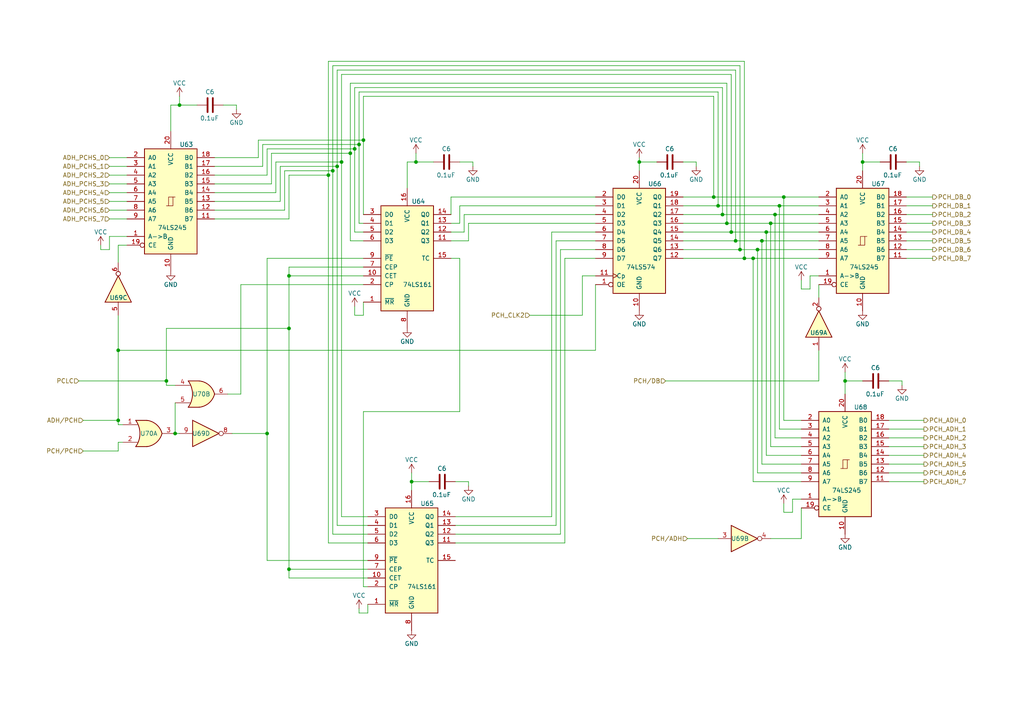
<source format=kicad_sch>
(kicad_sch (version 20230121) (generator eeschema)
  (paper "A4")
  (title_block (title "Program Counter High (PCH)") (date "2023-07-20") (rev "1"))
  (lib_symbols
    (symbol "74xx:74LS04"
      (property "Reference" "U" (at 0 1.27 0))
      (property "Value" "74LS04" (at 0 -1.27 0))
      (symbol "74LS04_1_0"
        (polyline (pts (xy -3.81 3.81) (xy -3.81 -3.81) (xy 3.81 0) (xy -3.81 3.81)) (stroke (width 0.254)) (fill (type background)))
        (pin input line (at -7.62 0 0) (length 3.81) (name "~") (number "1"))
        (pin output inverted (at 7.62 0 180) (length 3.81) (name "~") (number "2"))
      )
      (symbol "74LS04_2_0"
        (polyline (pts (xy -3.81 3.81) (xy -3.81 -3.81) (xy 3.81 0) (xy -3.81 3.81)) (stroke (width 0.254)) (fill (type background)))
        (pin input line (at -7.62 0 0) (length 3.81) (name "~") (number "3"))
        (pin output inverted (at 7.62 0 180) (length 3.81) (name "~") (number "4"))
      )
      (symbol "74LS04_3_0"
        (polyline (pts (xy -3.81 3.81) (xy -3.81 -3.81) (xy 3.81 0) (xy -3.81 3.81)) (stroke (width 0.254)) (fill (type background)))
        (pin input line (at -7.62 0 0) (length 3.81) (name "~") (number "5"))
        (pin output inverted (at 7.62 0 180) (length 3.81) (name "~") (number "6"))
      )
      (symbol "74LS04_4_0"
        (polyline (pts (xy -3.81 3.81) (xy -3.81 -3.81) (xy 3.81 0) (xy -3.81 3.81)) (stroke (width 0.254)) (fill (type background)))
        (pin output inverted (at 7.62 0 180) (length 3.81) (name "~") (number "8"))
        (pin input line (at -7.62 0 0) (length 3.81) (name "~") (number "9"))
      )
      (symbol "74LS04_5_0"
        (polyline (pts (xy -3.81 3.81) (xy -3.81 -3.81) (xy 3.81 0) (xy -3.81 3.81)) (stroke (width 0.254)) (fill (type background)))
        (pin output inverted (at 7.62 0 180) (length 3.81) (name "~") (number "10"))
        (pin input line (at -7.62 0 0) (length 3.81) (name "~") (number "11"))
      )
      (symbol "74LS04_6_0"
        (polyline (pts (xy -3.81 3.81) (xy -3.81 -3.81) (xy 3.81 0) (xy -3.81 3.81)) (stroke (width 0.254)) (fill (type background)))
        (pin output inverted (at 7.62 0 180) (length 3.81) (name "~") (number "12"))
        (pin input line (at -7.62 0 0) (length 3.81) (name "~") (number "13"))
      )
      (symbol "74LS04_7_0"
        (pin power_in line (at 0 12.7 270) (length 5.08) (name "VCC") (number "14"))
        (pin power_in line (at 0 -12.7 90) (length 5.08) (name "GND") (number "7"))
      )
      (symbol "74LS04_7_1"
        (rectangle (start -5.08 7.62) (end 5.08 -7.62) (stroke (width 0.254)) (fill (type background)))
      )
    )
    (symbol "74xx:74LS161" (pin_names (offset 1.016))
      (property "Reference" "U" (at -7.62 16.51 0))
      (property "Value" "74LS161" (at -7.62 -16.51 0))
      (symbol "74LS161_1_0"
        (pin input line (at -12.7 -12.7 0) (length 5.08) (name "~{MR}") (number "1"))
        (pin input line (at -12.7 -5.08 0) (length 5.08) (name "CET") (number "10"))
        (pin output line (at 12.7 5.08 180) (length 5.08) (name "Q3") (number "11"))
        (pin output line (at 12.7 7.62 180) (length 5.08) (name "Q2") (number "12"))
        (pin output line (at 12.7 10.16 180) (length 5.08) (name "Q1") (number "13"))
        (pin output line (at 12.7 12.7 180) (length 5.08) (name "Q0") (number "14"))
        (pin output line (at 12.7 0 180) (length 5.08) (name "TC") (number "15"))
        (pin power_in line (at 0 20.32 270) (length 5.08) (name "VCC") (number "16"))
        (pin input line (at -12.7 -7.62 0) (length 5.08) (name "CP") (number "2"))
        (pin input line (at -12.7 12.7 0) (length 5.08) (name "D0") (number "3"))
        (pin input line (at -12.7 10.16 0) (length 5.08) (name "D1") (number "4"))
        (pin input line (at -12.7 7.62 0) (length 5.08) (name "D2") (number "5"))
        (pin input line (at -12.7 5.08 0) (length 5.08) (name "D3") (number "6"))
        (pin input line (at -12.7 -2.54 0) (length 5.08) (name "CEP") (number "7"))
        (pin power_in line (at 0 -20.32 90) (length 5.08) (name "GND") (number "8"))
        (pin input line (at -12.7 0 0) (length 5.08) (name "~{PE}") (number "9"))
      )
      (symbol "74LS161_1_1"
        (rectangle (start -7.62 15.24) (end 7.62 -15.24) (stroke (width 0.254)) (fill (type background)))
      )
    )
    (symbol "74xx:74LS245" (pin_names (offset 1.016))
      (property "Reference" "U" (at -7.62 16.51 0))
      (property "Value" "74LS245" (at -7.62 -16.51 0))
      (symbol "74LS245_1_0"
        (polyline (pts (xy -0.635 -1.27) (xy -0.635 1.27) (xy 0.635 1.27)))
        (polyline (pts (xy -1.27 -1.27) (xy 0.635 -1.27) (xy 0.635 1.27) (xy 1.27 1.27)))
        (pin input line (at -12.7 -10.16 0) (length 5.08) (name "A->B") (number "1"))
        (pin power_in line (at 0 -20.32 90) (length 5.08) (name "GND") (number "10"))
        (pin tri_state line (at 12.7 -5.08 180) (length 5.08) (name "B7") (number "11"))
        (pin tri_state line (at 12.7 -2.54 180) (length 5.08) (name "B6") (number "12"))
        (pin tri_state line (at 12.7 0 180) (length 5.08) (name "B5") (number "13"))
        (pin tri_state line (at 12.7 2.54 180) (length 5.08) (name "B4") (number "14"))
        (pin tri_state line (at 12.7 5.08 180) (length 5.08) (name "B3") (number "15"))
        (pin tri_state line (at 12.7 7.62 180) (length 5.08) (name "B2") (number "16"))
        (pin tri_state line (at 12.7 10.16 180) (length 5.08) (name "B1") (number "17"))
        (pin tri_state line (at 12.7 12.7 180) (length 5.08) (name "B0") (number "18"))
        (pin input inverted (at -12.7 -12.7 0) (length 5.08) (name "CE") (number "19"))
        (pin tri_state line (at -12.7 12.7 0) (length 5.08) (name "A0") (number "2"))
        (pin power_in line (at 0 20.32 270) (length 5.08) (name "VCC") (number "20"))
        (pin tri_state line (at -12.7 10.16 0) (length 5.08) (name "A1") (number "3"))
        (pin tri_state line (at -12.7 7.62 0) (length 5.08) (name "A2") (number "4"))
        (pin tri_state line (at -12.7 5.08 0) (length 5.08) (name "A3") (number "5"))
        (pin tri_state line (at -12.7 2.54 0) (length 5.08) (name "A4") (number "6"))
        (pin tri_state line (at -12.7 0 0) (length 5.08) (name "A5") (number "7"))
        (pin tri_state line (at -12.7 -2.54 0) (length 5.08) (name "A6") (number "8"))
        (pin tri_state line (at -12.7 -5.08 0) (length 5.08) (name "A7") (number "9"))
      )
      (symbol "74LS245_1_1"
        (rectangle (start -7.62 15.24) (end 7.62 -15.24) (stroke (width 0.254)) (fill (type background)))
      )
    )
    (symbol "74xx:74LS32" (pin_names (offset 1.016))
      (property "Reference" "U" (at 0 1.27 0))
      (property "Value" "74LS32" (at 0 -1.27 0))
      (symbol "74LS32_1_1"
        (arc (start -3.81 -3.81) (mid -2.589 0) (end -3.81 3.81) (stroke (width 0.254)))
        (arc (start -0.6096 -3.81) (mid 2.1842 -2.5851) (end 3.81 0) (stroke (width 0.254)) (fill (type background)))
        (polyline (pts (xy -3.81 -3.81) (xy -0.635 -3.81)) (stroke (width 0.254)) (fill (type background)))
        (polyline (pts (xy -3.81 3.81) (xy -0.635 3.81)) (stroke (width 0.254)) (fill (type background)))
        (polyline (pts (xy -0.635 3.81) (xy -3.81 3.81) (xy -3.81 3.81) (xy -3.556 3.4036) (xy -3.0226 2.2606) (xy -2.6924 1.0414) (xy -2.6162 -0.254) (xy -2.7686 -1.4986) (xy -3.175 -2.7178) (xy -3.81 -3.81) (xy -3.81 -3.81) (xy -0.635 -3.81)) (stroke (width -25.4)) (fill (type background)))
        (arc (start 3.81 0) (mid 2.1915 2.5936) (end -0.6096 3.81) (stroke (width 0.254)) (fill (type background)))
        (pin input line (at -7.62 2.54 0) (length 4.318) (name "~") (number "1"))
        (pin input line (at -7.62 -2.54 0) (length 4.318) (name "~") (number "2"))
        (pin output line (at 7.62 0 180) (length 3.81) (name "~") (number "3"))
      )
      (symbol "74LS32_1_2"
        (arc (start 0 -3.81) (mid 3.7934 0) (end 0 3.81) (stroke (width 0.254)) (fill (type background)))
        (polyline (pts (xy 0 3.81) (xy -3.81 3.81) (xy -3.81 -3.81) (xy 0 -3.81)) (stroke (width 0.254)) (fill (type background)))
        (pin input inverted (at -7.62 2.54 0) (length 3.81) (name "~") (number "1"))
        (pin input inverted (at -7.62 -2.54 0) (length 3.81) (name "~") (number "2"))
        (pin output inverted (at 7.62 0 180) (length 3.81) (name "~") (number "3"))
      )
      (symbol "74LS32_2_1"
        (arc (start -3.81 -3.81) (mid -2.589 0) (end -3.81 3.81) (stroke (width 0.254)))
        (arc (start -0.6096 -3.81) (mid 2.1842 -2.5851) (end 3.81 0) (stroke (width 0.254)) (fill (type background)))
        (polyline (pts (xy -3.81 -3.81) (xy -0.635 -3.81)) (stroke (width 0.254)) (fill (type background)))
        (polyline (pts (xy -3.81 3.81) (xy -0.635 3.81)) (stroke (width 0.254)) (fill (type background)))
        (polyline (pts (xy -0.635 3.81) (xy -3.81 3.81) (xy -3.81 3.81) (xy -3.556 3.4036) (xy -3.0226 2.2606) (xy -2.6924 1.0414) (xy -2.6162 -0.254) (xy -2.7686 -1.4986) (xy -3.175 -2.7178) (xy -3.81 -3.81) (xy -3.81 -3.81) (xy -0.635 -3.81)) (stroke (width -25.4)) (fill (type background)))
        (arc (start 3.81 0) (mid 2.1915 2.5936) (end -0.6096 3.81) (stroke (width 0.254)) (fill (type background)))
        (pin input line (at -7.62 2.54 0) (length 4.318) (name "~") (number "4"))
        (pin input line (at -7.62 -2.54 0) (length 4.318) (name "~") (number "5"))
        (pin output line (at 7.62 0 180) (length 3.81) (name "~") (number "6"))
      )
      (symbol "74LS32_2_2"
        (arc (start 0 -3.81) (mid 3.7934 0) (end 0 3.81) (stroke (width 0.254)) (fill (type background)))
        (polyline (pts (xy 0 3.81) (xy -3.81 3.81) (xy -3.81 -3.81) (xy 0 -3.81)) (stroke (width 0.254)) (fill (type background)))
        (pin input inverted (at -7.62 2.54 0) (length 3.81) (name "~") (number "4"))
        (pin input inverted (at -7.62 -2.54 0) (length 3.81) (name "~") (number "5"))
        (pin output inverted (at 7.62 0 180) (length 3.81) (name "~") (number "6"))
      )
      (symbol "74LS32_3_1"
        (arc (start -3.81 -3.81) (mid -2.589 0) (end -3.81 3.81) (stroke (width 0.254)))
        (arc (start -0.6096 -3.81) (mid 2.1842 -2.5851) (end 3.81 0) (stroke (width 0.254)) (fill (type background)))
        (polyline (pts (xy -3.81 -3.81) (xy -0.635 -3.81)) (stroke (width 0.254)) (fill (type background)))
        (polyline (pts (xy -3.81 3.81) (xy -0.635 3.81)) (stroke (width 0.254)) (fill (type background)))
        (polyline (pts (xy -0.635 3.81) (xy -3.81 3.81) (xy -3.81 3.81) (xy -3.556 3.4036) (xy -3.0226 2.2606) (xy -2.6924 1.0414) (xy -2.6162 -0.254) (xy -2.7686 -1.4986) (xy -3.175 -2.7178) (xy -3.81 -3.81) (xy -3.81 -3.81) (xy -0.635 -3.81)) (stroke (width -25.4)) (fill (type background)))
        (arc (start 3.81 0) (mid 2.1915 2.5936) (end -0.6096 3.81) (stroke (width 0.254)) (fill (type background)))
        (pin input line (at -7.62 -2.54 0) (length 4.318) (name "~") (number "10"))
        (pin output line (at 7.62 0 180) (length 3.81) (name "~") (number "8"))
        (pin input line (at -7.62 2.54 0) (length 4.318) (name "~") (number "9"))
      )
      (symbol "74LS32_3_2"
        (arc (start 0 -3.81) (mid 3.7934 0) (end 0 3.81) (stroke (width 0.254)) (fill (type background)))
        (polyline (pts (xy 0 3.81) (xy -3.81 3.81) (xy -3.81 -3.81) (xy 0 -3.81)) (stroke (width 0.254)) (fill (type background)))
        (pin input inverted (at -7.62 -2.54 0) (length 3.81) (name "~") (number "10"))
        (pin output inverted (at 7.62 0 180) (length 3.81) (name "~") (number "8"))
        (pin input inverted (at -7.62 2.54 0) (length 3.81) (name "~") (number "9"))
      )
      (symbol "74LS32_4_1"
        (arc (start -3.81 -3.81) (mid -2.589 0) (end -3.81 3.81) (stroke (width 0.254)))
        (arc (start -0.6096 -3.81) (mid 2.1842 -2.5851) (end 3.81 0) (stroke (width 0.254)) (fill (type background)))
        (polyline (pts (xy -3.81 -3.81) (xy -0.635 -3.81)) (stroke (width 0.254)) (fill (type background)))
        (polyline (pts (xy -3.81 3.81) (xy -0.635 3.81)) (stroke (width 0.254)) (fill (type background)))
        (polyline (pts (xy -0.635 3.81) (xy -3.81 3.81) (xy -3.81 3.81) (xy -3.556 3.4036) (xy -3.0226 2.2606) (xy -2.6924 1.0414) (xy -2.6162 -0.254) (xy -2.7686 -1.4986) (xy -3.175 -2.7178) (xy -3.81 -3.81) (xy -3.81 -3.81) (xy -0.635 -3.81)) (stroke (width -25.4)) (fill (type background)))
        (arc (start 3.81 0) (mid 2.1915 2.5936) (end -0.6096 3.81) (stroke (width 0.254)) (fill (type background)))
        (pin output line (at 7.62 0 180) (length 3.81) (name "~") (number "11"))
        (pin input line (at -7.62 2.54 0) (length 4.318) (name "~") (number "12"))
        (pin input line (at -7.62 -2.54 0) (length 4.318) (name "~") (number "13"))
      )
      (symbol "74LS32_4_2"
        (arc (start 0 -3.81) (mid 3.7934 0) (end 0 3.81) (stroke (width 0.254)) (fill (type background)))
        (polyline (pts (xy 0 3.81) (xy -3.81 3.81) (xy -3.81 -3.81) (xy 0 -3.81)) (stroke (width 0.254)) (fill (type background)))
        (pin output inverted (at 7.62 0 180) (length 3.81) (name "~") (number "11"))
        (pin input inverted (at -7.62 2.54 0) (length 3.81) (name "~") (number "12"))
        (pin input inverted (at -7.62 -2.54 0) (length 3.81) (name "~") (number "13"))
      )
      (symbol "74LS32_5_0"
        (pin power_in line (at 0 12.7 270) (length 5.08) (name "VCC") (number "14"))
        (pin power_in line (at 0 -12.7 90) (length 5.08) (name "GND") (number "7"))
      )
      (symbol "74LS32_5_1"
        (rectangle (start -5.08 7.62) (end 5.08 -7.62) (stroke (width 0.254)) (fill (type background)))
      )
    )
    (symbol "74xx:74LS574" (pin_names (offset 1.016))
      (property "Reference" "U" (at -7.62 16.51 0))
      (property "Value" "74LS574" (at -7.62 -16.51 0))
      (symbol "74LS574_1_0"
        (pin input inverted (at -12.7 -12.7 0) (length 5.08) (name "OE") (number "1"))
        (pin power_in line (at 0 -20.32 90) (length 5.08) (name "GND") (number "10"))
        (pin input clock (at -12.7 -10.16 0) (length 5.08) (name "Cp") (number "11"))
        (pin tri_state line (at 12.7 -5.08 180) (length 5.08) (name "Q7") (number "12"))
        (pin tri_state line (at 12.7 -2.54 180) (length 5.08) (name "Q6") (number "13"))
        (pin tri_state line (at 12.7 0 180) (length 5.08) (name "Q5") (number "14"))
        (pin tri_state line (at 12.7 2.54 180) (length 5.08) (name "Q4") (number "15"))
        (pin tri_state line (at 12.7 5.08 180) (length 5.08) (name "Q3") (number "16"))
        (pin tri_state line (at 12.7 7.62 180) (length 5.08) (name "Q2") (number "17"))
        (pin tri_state line (at 12.7 10.16 180) (length 5.08) (name "Q1") (number "18"))
        (pin tri_state line (at 12.7 12.7 180) (length 5.08) (name "Q0") (number "19"))
        (pin input line (at -12.7 12.7 0) (length 5.08) (name "D0") (number "2"))
        (pin power_in line (at 0 20.32 270) (length 5.08) (name "VCC") (number "20"))
        (pin input line (at -12.7 10.16 0) (length 5.08) (name "D1") (number "3"))
        (pin input line (at -12.7 7.62 0) (length 5.08) (name "D2") (number "4"))
        (pin input line (at -12.7 5.08 0) (length 5.08) (name "D3") (number "5"))
        (pin input line (at -12.7 2.54 0) (length 5.08) (name "D4") (number "6"))
        (pin input line (at -12.7 0 0) (length 5.08) (name "D5") (number "7"))
        (pin input line (at -12.7 -2.54 0) (length 5.08) (name "D6") (number "8"))
        (pin input line (at -12.7 -5.08 0) (length 5.08) (name "D7") (number "9"))
      )
      (symbol "74LS574_1_1"
        (rectangle (start -7.62 15.24) (end 7.62 -15.24) (stroke (width 0.254)) (fill (type background)))
      )
    )
    (symbol "Device:C" (pin_numbers hide) (pin_names (offset 0.254))
      (property "Reference" "C" (at 0.635 2.54 0))
      (property "Value" "C" (at 0.635 -2.54 0))
      (symbol "C_0_1"
        (polyline (pts (xy -2.032 -0.762) (xy 2.032 -0.762)) (stroke (width 0.508)))
        (polyline (pts (xy -2.032 0.762) (xy 2.032 0.762)) (stroke (width 0.508)))
      )
      (symbol "C_1_1"
        (pin passive line (at 0 3.81 270) (length 2.794) (name "~") (number "1"))
        (pin passive line (at 0 -3.81 90) (length 2.794) (name "~") (number "2"))
      )
    )
    (symbol "power:GND" (power) (pin_names (offset 0))
      (property "Value" "GND" (at 0 -3.81 0))
      (symbol "GND_0_1"
        (polyline (pts (xy 0 0) (xy 0 -1.27) (xy 1.27 -1.27) (xy 0 -2.54) (xy -1.27 -1.27) (xy 0 -1.27)))
      )
      (symbol "GND_1_1"
        (pin power_in line (at 0 0 270) (length 0) hide (name "GND") (number "1"))
      )
    )
    (symbol "power:VCC" (power) (pin_names (offset 0))
      (property "Value" "VCC" (at 0 3.81 0))
      (symbol "VCC_0_1"
        (polyline (pts (xy -0.762 1.27) (xy 0 2.54)))
        (polyline (pts (xy 0 0) (xy 0 2.54)))
        (polyline (pts (xy 0 2.54) (xy 0.762 1.27)))
      )
      (symbol "VCC_1_1"
        (pin power_in line (at 0 0 90) (length 0) hide (name "VCC") (number "1"))
      )
    )
  )
  (junction (at 83.82 95.25))
  (junction (at 105.41 40.64))
  (junction (at 48.26 110.49))
  (junction (at 185.42 46.99))
  (junction (at 52.07 30.48))
  (junction (at 119.38 139.7))
  (junction (at 245.11 110.49))
  (junction (at 213.36 69.85))
  (junction (at 120.65 46.99))
  (junction (at 222.25 67.31))
  (junction (at 99.06 46.99))
  (junction (at 210.82 64.77))
  (junction (at 83.82 165.1))
  (junction (at 50.8 125.73))
  (junction (at 220.98 69.85))
  (junction (at 223.52 64.77))
  (junction (at 96.52 49.53))
  (junction (at 97.79 48.26))
  (junction (at 212.09 67.31))
  (junction (at 250.19 46.99))
  (junction (at 224.79 62.23))
  (junction (at 207.01 57.15))
  (junction (at 226.06 59.69))
  (junction (at 214.63 72.39))
  (junction (at 208.28 59.69))
  (junction (at 83.82 80.01))
  (junction (at 209.55 62.23))
  (junction (at 34.29 101.6))
  (junction (at 77.47 125.73))
  (junction (at 219.71 72.39))
  (junction (at 34.29 121.92))
  (junction (at 95.25 50.8))
  (junction (at 215.9 74.93))
  (junction (at 218.44 74.93))
  (junction (at 227.33 57.15))
  (junction (at 104.14 41.91))
  (junction (at 102.87 43.18))
  (junction (at 101.6 44.45))
  (wire (pts (xy 198.12 67.31) (xy 212.09 67.31)))
  (wire (pts (xy 52.07 30.48) (xy 57.15 30.48)))
  (wire (pts (xy 229.87 148.59) (xy 229.87 144.78)))
  (wire (pts (xy 257.81 127) (xy 267.97 127)))
  (wire (pts (xy 262.89 69.85) (xy 270.51 69.85)))
  (wire (pts (xy 81.28 58.42) (xy 81.28 48.26)))
  (wire (pts (xy 229.87 144.78) (xy 232.41 144.78)))
  (wire (pts (xy 212.09 21.59) (xy 212.09 67.31)))
  (wire (pts (xy 48.26 110.49) (xy 48.26 111.76)))
  (wire (pts (xy 120.65 44.45) (xy 120.65 46.99)))
  (wire (pts (xy 106.68 154.94) (xy 96.52 154.94)))
  (wire (pts (xy 62.23 50.8) (xy 77.47 50.8)))
  (wire (pts (xy 130.81 69.85) (xy 135.89 69.85)))
  (wire (pts (xy 257.81 129.54) (xy 267.97 129.54)))
  (wire (pts (xy 234.95 80.01) (xy 237.49 80.01)))
  (wire (pts (xy 82.55 49.53) (xy 96.52 49.53)))
  (wire (pts (xy 232.41 156.21) (xy 232.41 147.32)))
  (wire (pts (xy 96.52 19.05) (xy 96.52 49.53)))
  (wire (pts (xy 262.89 62.23) (xy 270.51 62.23)))
  (wire (pts (xy 222.25 67.31) (xy 237.49 67.31)))
  (wire (pts (xy 134.62 62.23) (xy 172.72 62.23)))
  (wire (pts (xy 198.12 72.39) (xy 214.63 72.39)))
  (wire (pts (xy 31.75 50.8) (xy 36.83 50.8)))
  (wire (pts (xy 50.8 125.73) (xy 52.07 125.73)))
  (wire (pts (xy 135.89 69.85) (xy 135.89 64.77)))
  (wire (pts (xy 31.75 63.5) (xy 36.83 63.5)))
  (wire (pts (xy 49.53 30.48) (xy 49.53 38.1)))
  (wire (pts (xy 22.86 110.49) (xy 48.26 110.49)))
  (wire (pts (xy 119.38 137.16) (xy 119.38 139.7)))
  (wire (pts (xy 207.01 27.94) (xy 207.01 57.15)))
  (wire (pts (xy 245.11 107.95) (xy 245.11 110.49)))
  (wire (pts (xy 223.52 64.77) (xy 223.52 129.54)))
  (wire (pts (xy 102.87 25.4) (xy 209.55 25.4)))
  (wire (pts (xy 209.55 25.4) (xy 209.55 62.23)))
  (wire (pts (xy 220.98 69.85) (xy 220.98 134.62)))
  (wire (pts (xy 34.29 128.27) (xy 35.56 128.27)))
  (wire (pts (xy 130.81 67.31) (xy 134.62 67.31)))
  (wire (pts (xy 135.89 139.7) (xy 135.89 140.97)))
  (wire (pts (xy 99.06 149.86) (xy 99.06 46.99)))
  (wire (pts (xy 106.68 177.8) (xy 106.68 175.26)))
  (wire (pts (xy 245.11 110.49) (xy 250.19 110.49)))
  (wire (pts (xy 160.02 149.86) (xy 160.02 67.31)))
  (wire (pts (xy 132.08 154.94) (xy 162.56 154.94)))
  (wire (pts (xy 78.74 53.34) (xy 78.74 44.45)))
  (wire (pts (xy 31.75 48.26) (xy 36.83 48.26)))
  (wire (pts (xy 101.6 24.13) (xy 101.6 44.45)))
  (wire (pts (xy 48.26 111.76) (xy 50.8 111.76)))
  (wire (pts (xy 83.82 167.64) (xy 106.68 167.64)))
  (wire (pts (xy 266.7 46.99) (xy 266.7 48.26)))
  (wire (pts (xy 34.29 130.81) (xy 34.29 128.27)))
  (wire (pts (xy 50.8 116.84) (xy 50.8 125.73)))
  (wire (pts (xy 133.35 119.38) (xy 105.41 119.38)))
  (wire (pts (xy 257.81 110.49) (xy 261.62 110.49)))
  (wire (pts (xy 95.25 157.48) (xy 95.25 50.8)))
  (wire (pts (xy 106.68 162.56) (xy 77.47 162.56)))
  (wire (pts (xy 105.41 170.18) (xy 106.68 170.18)))
  (wire (pts (xy 133.35 46.99) (xy 137.16 46.99)))
  (wire (pts (xy 83.82 80.01) (xy 83.82 95.25)))
  (wire (pts (xy 227.33 57.15) (xy 227.33 121.92)))
  (wire (pts (xy 82.55 60.96) (xy 82.55 49.53)))
  (wire (pts (xy 34.29 91.44) (xy 34.29 101.6)))
  (wire (pts (xy 201.93 46.99) (xy 201.93 48.26)))
  (wire (pts (xy 105.41 69.85) (xy 101.6 69.85)))
  (wire (pts (xy 106.68 157.48) (xy 95.25 157.48)))
  (wire (pts (xy 213.36 20.32) (xy 213.36 69.85)))
  (wire (pts (xy 161.29 69.85) (xy 161.29 152.4)))
  (wire (pts (xy 34.29 76.2) (xy 34.29 71.12)))
  (wire (pts (xy 24.13 121.92) (xy 34.29 121.92)))
  (wire (pts (xy 133.35 74.93) (xy 133.35 119.38)))
  (wire (pts (xy 97.79 20.32) (xy 97.79 48.26)))
  (wire (pts (xy 62.23 48.26) (xy 76.2 48.26)))
  (wire (pts (xy 262.89 64.77) (xy 270.51 64.77)))
  (wire (pts (xy 77.47 43.18) (xy 102.87 43.18)))
  (wire (pts (xy 232.41 134.62) (xy 220.98 134.62)))
  (wire (pts (xy 262.89 67.31) (xy 270.51 67.31)))
  (wire (pts (xy 172.72 80.01) (xy 168.91 80.01)))
  (wire (pts (xy 83.82 165.1) (xy 106.68 165.1)))
  (wire (pts (xy 69.85 82.55) (xy 105.41 82.55)))
  (wire (pts (xy 262.89 46.99) (xy 266.7 46.99)))
  (wire (pts (xy 172.72 74.93) (xy 163.83 74.93)))
  (wire (pts (xy 185.42 46.99) (xy 190.5 46.99)))
  (wire (pts (xy 172.72 69.85) (xy 161.29 69.85)))
  (wire (pts (xy 162.56 72.39) (xy 172.72 72.39)))
  (wire (pts (xy 257.81 134.62) (xy 267.97 134.62)))
  (wire (pts (xy 237.49 110.49) (xy 237.49 101.6)))
  (wire (pts (xy 31.75 58.42) (xy 36.83 58.42)))
  (wire (pts (xy 105.41 27.94) (xy 207.01 27.94)))
  (wire (pts (xy 76.2 41.91) (xy 104.14 41.91)))
  (wire (pts (xy 227.33 57.15) (xy 237.49 57.15)))
  (wire (pts (xy 31.75 45.72) (xy 36.83 45.72)))
  (wire (pts (xy 232.41 139.7) (xy 218.44 139.7)))
  (wire (pts (xy 62.23 60.96) (xy 82.55 60.96)))
  (wire (pts (xy 218.44 74.93) (xy 218.44 139.7)))
  (wire (pts (xy 97.79 20.32) (xy 213.36 20.32)))
  (wire (pts (xy 104.14 177.8) (xy 106.68 177.8)))
  (wire (pts (xy 134.62 67.31) (xy 134.62 62.23)))
  (wire (pts (xy 81.28 48.26) (xy 97.79 48.26)))
  (wire (pts (xy 232.41 121.92) (xy 227.33 121.92)))
  (wire (pts (xy 207.01 57.15) (xy 227.33 57.15)))
  (wire (pts (xy 232.41 127) (xy 224.79 127)))
  (wire (pts (xy 76.2 48.26) (xy 76.2 41.91)))
  (wire (pts (xy 160.02 67.31) (xy 172.72 67.31)))
  (wire (pts (xy 95.25 17.78) (xy 95.25 50.8)))
  (wire (pts (xy 215.9 74.93) (xy 218.44 74.93)))
  (wire (pts (xy 99.06 46.99) (xy 99.06 21.59)))
  (wire (pts (xy 218.44 74.93) (xy 237.49 74.93)))
  (wire (pts (xy 105.41 27.94) (xy 105.41 40.64)))
  (wire (pts (xy 250.19 46.99) (xy 250.19 49.53)))
  (wire (pts (xy 62.23 45.72) (xy 74.93 45.72)))
  (wire (pts (xy 214.63 19.05) (xy 214.63 72.39)))
  (wire (pts (xy 102.87 25.4) (xy 102.87 43.18)))
  (wire (pts (xy 34.29 121.92) (xy 34.29 101.6)))
  (wire (pts (xy 119.38 139.7) (xy 119.38 142.24)))
  (wire (pts (xy 232.41 81.28) (xy 232.41 83.82)))
  (wire (pts (xy 64.77 30.48) (xy 68.58 30.48)))
  (wire (pts (xy 118.11 46.99) (xy 120.65 46.99)))
  (wire (pts (xy 74.93 45.72) (xy 74.93 40.64)))
  (wire (pts (xy 104.14 176.53) (xy 104.14 177.8)))
  (wire (pts (xy 224.79 62.23) (xy 224.79 127)))
  (wire (pts (xy 118.11 46.99) (xy 118.11 54.61)))
  (wire (pts (xy 185.42 45.72) (xy 185.42 46.99)))
  (wire (pts (xy 135.89 64.77) (xy 172.72 64.77)))
  (wire (pts (xy 257.81 132.08) (xy 267.97 132.08)))
  (wire (pts (xy 130.81 74.93) (xy 133.35 74.93)))
  (wire (pts (xy 119.38 139.7) (xy 124.46 139.7)))
  (wire (pts (xy 96.52 154.94) (xy 96.52 49.53)))
  (wire (pts (xy 62.23 58.42) (xy 81.28 58.42)))
  (wire (pts (xy 83.82 63.5) (xy 83.82 50.8)))
  (wire (pts (xy 35.56 123.19) (xy 34.29 123.19)))
  (wire (pts (xy 185.42 46.99) (xy 185.42 49.53)))
  (wire (pts (xy 232.41 129.54) (xy 223.52 129.54)))
  (wire (pts (xy 101.6 24.13) (xy 210.82 24.13)))
  (wire (pts (xy 95.25 17.78) (xy 215.9 17.78)))
  (wire (pts (xy 31.75 68.58) (xy 36.83 68.58)))
  (wire (pts (xy 31.75 60.96) (xy 36.83 60.96)))
  (wire (pts (xy 262.89 57.15) (xy 270.51 57.15)))
  (wire (pts (xy 161.29 152.4) (xy 132.08 152.4)))
  (wire (pts (xy 80.01 46.99) (xy 99.06 46.99)))
  (wire (pts (xy 106.68 149.86) (xy 99.06 149.86)))
  (wire (pts (xy 97.79 152.4) (xy 97.79 48.26)))
  (wire (pts (xy 199.39 156.21) (xy 208.28 156.21)))
  (wire (pts (xy 250.19 46.99) (xy 255.27 46.99)))
  (wire (pts (xy 74.93 40.64) (xy 105.41 40.64)))
  (wire (pts (xy 130.81 64.77) (xy 133.35 64.77)))
  (wire (pts (xy 210.82 24.13) (xy 210.82 64.77)))
  (wire (pts (xy 105.41 91.44) (xy 105.41 87.63)))
  (wire (pts (xy 130.81 62.23) (xy 130.81 57.15)))
  (wire (pts (xy 80.01 55.88) (xy 80.01 46.99)))
  (wire (pts (xy 24.13 130.81) (xy 34.29 130.81)))
  (wire (pts (xy 257.81 124.46) (xy 267.97 124.46)))
  (wire (pts (xy 105.41 62.23) (xy 105.41 40.64)))
  (wire (pts (xy 83.82 77.47) (xy 105.41 77.47)))
  (wire (pts (xy 262.89 59.69) (xy 270.51 59.69)))
  (wire (pts (xy 237.49 82.55) (xy 237.49 86.36)))
  (wire (pts (xy 77.47 50.8) (xy 77.47 43.18)))
  (wire (pts (xy 262.89 72.39) (xy 270.51 72.39)))
  (wire (pts (xy 198.12 62.23) (xy 209.55 62.23)))
  (wire (pts (xy 227.33 148.59) (xy 229.87 148.59)))
  (wire (pts (xy 222.25 67.31) (xy 222.25 132.08)))
  (wire (pts (xy 245.11 110.49) (xy 245.11 114.3)))
  (wire (pts (xy 198.12 64.77) (xy 210.82 64.77)))
  (wire (pts (xy 250.19 44.45) (xy 250.19 46.99)))
  (wire (pts (xy 168.91 80.01) (xy 168.91 91.44)))
  (wire (pts (xy 31.75 72.39) (xy 31.75 68.58)))
  (wire (pts (xy 120.65 46.99) (xy 125.73 46.99)))
  (wire (pts (xy 172.72 101.6) (xy 34.29 101.6)))
  (wire (pts (xy 105.41 64.77) (xy 104.14 64.77)))
  (wire (pts (xy 83.82 80.01) (xy 83.82 77.47)))
  (wire (pts (xy 163.83 74.93) (xy 163.83 157.48)))
  (wire (pts (xy 62.23 63.5) (xy 83.82 63.5)))
  (wire (pts (xy 198.12 74.93) (xy 215.9 74.93)))
  (wire (pts (xy 210.82 64.77) (xy 223.52 64.77)))
  (wire (pts (xy 133.35 64.77) (xy 133.35 59.69)))
  (wire (pts (xy 102.87 88.9) (xy 102.87 91.44)))
  (wire (pts (xy 62.23 53.34) (xy 78.74 53.34)))
  (wire (pts (xy 83.82 95.25) (xy 83.82 165.1)))
  (wire (pts (xy 96.52 19.05) (xy 214.63 19.05)))
  (wire (pts (xy 132.08 149.86) (xy 160.02 149.86)))
  (wire (pts (xy 213.36 69.85) (xy 220.98 69.85)))
  (wire (pts (xy 66.04 114.3) (xy 69.85 114.3)))
  (wire (pts (xy 208.28 59.69) (xy 226.06 59.69)))
  (wire (pts (xy 106.68 152.4) (xy 97.79 152.4)))
  (wire (pts (xy 219.71 72.39) (xy 237.49 72.39)))
  (wire (pts (xy 99.06 21.59) (xy 212.09 21.59)))
  (wire (pts (xy 102.87 91.44) (xy 105.41 91.44)))
  (wire (pts (xy 223.52 156.21) (xy 232.41 156.21)))
  (wire (pts (xy 219.71 72.39) (xy 219.71 137.16)))
  (wire (pts (xy 105.41 67.31) (xy 102.87 67.31)))
  (wire (pts (xy 49.53 30.48) (xy 52.07 30.48)))
  (wire (pts (xy 232.41 124.46) (xy 226.06 124.46)))
  (wire (pts (xy 77.47 74.93) (xy 105.41 74.93)))
  (wire (pts (xy 257.81 139.7) (xy 267.97 139.7)))
  (wire (pts (xy 215.9 17.78) (xy 215.9 74.93)))
  (wire (pts (xy 232.41 83.82) (xy 234.95 83.82)))
  (wire (pts (xy 153.67 91.44) (xy 168.91 91.44)))
  (wire (pts (xy 104.14 41.91) (xy 104.14 64.77)))
  (wire (pts (xy 77.47 74.93) (xy 77.47 125.73)))
  (wire (pts (xy 104.14 26.67) (xy 208.28 26.67)))
  (wire (pts (xy 133.35 59.69) (xy 172.72 59.69)))
  (wire (pts (xy 34.29 71.12) (xy 36.83 71.12)))
  (wire (pts (xy 198.12 69.85) (xy 213.36 69.85)))
  (wire (pts (xy 172.72 82.55) (xy 172.72 101.6)))
  (wire (pts (xy 257.81 137.16) (xy 267.97 137.16)))
  (wire (pts (xy 163.83 157.48) (xy 132.08 157.48)))
  (wire (pts (xy 234.95 83.82) (xy 234.95 80.01)))
  (wire (pts (xy 104.14 26.67) (xy 104.14 41.91)))
  (wire (pts (xy 52.07 27.94) (xy 52.07 30.48)))
  (wire (pts (xy 69.85 82.55) (xy 69.85 114.3)))
  (wire (pts (xy 83.82 80.01) (xy 105.41 80.01)))
  (wire (pts (xy 101.6 69.85) (xy 101.6 44.45)))
  (wire (pts (xy 198.12 59.69) (xy 208.28 59.69)))
  (wire (pts (xy 198.12 46.99) (xy 201.93 46.99)))
  (wire (pts (xy 223.52 64.77) (xy 237.49 64.77)))
  (wire (pts (xy 209.55 62.23) (xy 224.79 62.23)))
  (wire (pts (xy 34.29 123.19) (xy 34.29 121.92)))
  (wire (pts (xy 257.81 121.92) (xy 267.97 121.92)))
  (wire (pts (xy 261.62 110.49) (xy 261.62 111.76)))
  (wire (pts (xy 208.28 26.67) (xy 208.28 59.69)))
  (wire (pts (xy 48.26 95.25) (xy 83.82 95.25)))
  (wire (pts (xy 31.75 55.88) (xy 36.83 55.88)))
  (wire (pts (xy 83.82 50.8) (xy 95.25 50.8)))
  (wire (pts (xy 102.87 67.31) (xy 102.87 43.18)))
  (wire (pts (xy 62.23 55.88) (xy 80.01 55.88)))
  (wire (pts (xy 214.63 72.39) (xy 219.71 72.39)))
  (wire (pts (xy 226.06 59.69) (xy 226.06 124.46)))
  (wire (pts (xy 130.81 57.15) (xy 172.72 57.15)))
  (wire (pts (xy 105.41 119.38) (xy 105.41 170.18)))
  (wire (pts (xy 232.41 132.08) (xy 222.25 132.08)))
  (wire (pts (xy 198.12 57.15) (xy 207.01 57.15)))
  (wire (pts (xy 227.33 146.05) (xy 227.33 148.59)))
  (wire (pts (xy 48.26 110.49) (xy 48.26 95.25)))
  (wire (pts (xy 77.47 125.73) (xy 77.47 162.56)))
  (wire (pts (xy 67.31 125.73) (xy 77.47 125.73)))
  (wire (pts (xy 232.41 137.16) (xy 219.71 137.16)))
  (wire (pts (xy 29.21 71.12) (xy 29.21 72.39)))
  (wire (pts (xy 83.82 165.1) (xy 83.82 167.64)))
  (wire (pts (xy 78.74 44.45) (xy 101.6 44.45)))
  (wire (pts (xy 137.16 46.99) (xy 137.16 48.26)))
  (wire (pts (xy 29.21 72.39) (xy 31.75 72.39)))
  (wire (pts (xy 212.09 67.31) (xy 222.25 67.31)))
  (wire (pts (xy 193.04 110.49) (xy 237.49 110.49)))
  (wire (pts (xy 132.08 139.7) (xy 135.89 139.7)))
  (wire (pts (xy 68.58 30.48) (xy 68.58 31.75)))
  (wire (pts (xy 224.79 62.23) (xy 237.49 62.23)))
  (wire (pts (xy 31.75 53.34) (xy 36.83 53.34)))
  (wire (pts (xy 220.98 69.85) (xy 237.49 69.85)))
  (wire (pts (xy 226.06 59.69) (xy 237.49 59.69)))
  (wire (pts (xy 162.56 154.94) (xy 162.56 72.39)))
  (wire (pts (xy 262.89 74.93) (xy 270.51 74.93)))
  (hierarchical_label "PCH_ADH_2" (shape output) (at 267.97 127 0))
  (hierarchical_label "PCH_ADH_4" (shape output) (at 267.97 132.08 0))
  (hierarchical_label "ADH_PCHS_7" (shape input) (at 31.75 63.5 180))
  (hierarchical_label "PCH_DB_4" (shape output) (at 270.51 67.31 0))
  (hierarchical_label "PCH_DB_3" (shape output) (at 270.51 64.77 0))
  (hierarchical_label "PCH_ADH_3" (shape output) (at 267.97 129.54 0))
  (hierarchical_label "PCH_ADH_7" (shape output) (at 267.97 139.7 0))
  (hierarchical_label "PCH_ADH_6" (shape output) (at 267.97 137.16 0))
  (hierarchical_label "ADH_PCHS_2" (shape input) (at 31.75 50.8 180))
  (hierarchical_label "ADH{slash}PCH" (shape input) (at 24.13 121.92 180))
  (hierarchical_label "PCH{slash}DB" (shape input) (at 193.04 110.49 180))
  (hierarchical_label "PCH_ADH_5" (shape output) (at 267.97 134.62 0))
  (hierarchical_label "ADH_PCHS_1" (shape input) (at 31.75 48.26 180))
  (hierarchical_label "PCH_ADH_0" (shape output) (at 267.97 121.92 0))
  (hierarchical_label "PCH{slash}ADH" (shape input) (at 199.39 156.21 180))
  (hierarchical_label "ADH_PCHS_5" (shape input) (at 31.75 58.42 180))
  (hierarchical_label "ADH_PCHS_4" (shape input) (at 31.75 55.88 180))
  (hierarchical_label "PCH_DB_5" (shape output) (at 270.51 69.85 0))
  (hierarchical_label "PCH_DB_6" (shape output) (at 270.51 72.39 0))
  (hierarchical_label "PCH{slash}PCH" (shape input) (at 24.13 130.81 180))
  (hierarchical_label "PCH_DB_7" (shape output) (at 270.51 74.93 0))
  (hierarchical_label "PCH_DB_2" (shape output) (at 270.51 62.23 0))
  (hierarchical_label "ADH_PCHS_0" (shape input) (at 31.75 45.72 180))
  (hierarchical_label "PCH_CLK2" (shape input) (at 153.67 91.44 180))
  (hierarchical_label "ADH_PCHS_6" (shape input) (at 31.75 60.96 180))
  (hierarchical_label "ADH_PCHS_3" (shape input) (at 31.75 53.34 180))
  (hierarchical_label "PCH_ADH_1" (shape output) (at 267.97 124.46 0))
  (hierarchical_label "PCLC" (shape input) (at 22.86 110.49 180))
  (hierarchical_label "PCH_DB_1" (shape output) (at 270.51 59.69 0))
  (hierarchical_label "PCH_DB_0" (shape output) (at 270.51 57.15 0))
  (symbol (lib_id "74xx:74LS245") (at 250.19 69.85 0) (unit 1)
    (property "Reference" "U67" (at 252.73 53.34 0) (effects (justify left)))
    (property "Value" "74LS245" (at 246.38 77.47 0) (effects (justify left)))
    (property "Datasheet" "http://www.ti.com/lit/gpn/sn74LS245" (effects hide))
    (instances (project "8bit_CPU-V0_1" (path "" (reference "U67") (unit 1)) (path "" (reference "U86") (unit 1))))
  )
  (symbol (lib_id "power:VCC") (at 232.41 81.28 0) (unit 1)
    (property "Reference" "#PWR016" (effects hide))
    (property "Value" "VCC" (at 232.41 77.47 0))
    (instances (project "8bit_CPU-V0_1" (path "" (reference "#PWR016") (unit 1)) (path "" (reference "#PWR043") (unit 1)) (path "" (reference "#PWR064") (unit 1)) (path "" (reference "#PWR076") (unit 1)) (path "" (reference "#PWR088") (unit 1)) (path "" (reference "#PWR096") (unit 1)) (path "" (reference "#PWR0112") (unit 1)) (path "" (reference "#PWR0171") (unit 1)) (path "" (reference "#PWR0258") (unit 1))))
  )
  (symbol (lib_id "74xx:74LS04") (at 34.29 83.82 90) (unit 3)
    (property "Reference" "U69" (at 31.75 86.36 90) (effects (justify right)))
    (property "Value" "74LS04" (effects hide))
    (property "Datasheet" "http://www.ti.com/lit/gpn/sn74LS04" (effects hide))
    (instances (project "8bit_CPU-V0_1" (path "" (reference "U69") (unit 3)) (path "" (reference "U71") (unit 6))))
  )
  (symbol (lib_id "power:VCC") (at 120.65 44.45 0) (unit 1)
    (property "Reference" "#PWR016" (effects hide))
    (property "Value" "VCC" (at 120.65 40.64 0))
    (instances (project "8bit_CPU-V0_1" (path "" (reference "#PWR016") (unit 1)) (path "" (reference "#PWR035") (unit 1)) (path "" (reference "#PWR0158") (unit 1)) (path "" (reference "#PWR0191") (unit 1)) (path "" (reference "#PWR0251") (unit 1))))
  )
  (symbol (lib_id "power:VCC") (at 119.38 137.16 0) (unit 1)
    (property "Reference" "#PWR016" (effects hide))
    (property "Value" "VCC" (at 119.38 133.35 0))
    (instances (project "8bit_CPU-V0_1" (path "" (reference "#PWR016") (unit 1)) (path "" (reference "#PWR035") (unit 1)) (path "" (reference "#PWR0158") (unit 1)) (path "" (reference "#PWR0189") (unit 1)) (path "" (reference "#PWR0249") (unit 1))))
  )
  (symbol (lib_id "Device:C") (at 128.27 139.7 90) (unit 1)
    (property "Reference" "C6" (at 129.54 135.89 90) (effects (justify left)))
    (property "Value" "0.1uF" (at 130.81 143.51 90) (effects (justify left)))
    (instances (project "8bit_CPU-V0_1" (path "" (reference "C6") (unit 1)) (path "" (reference "C12") (unit 1)) (path "" (reference "C56") (unit 1)) (path "" (reference "C65") (unit 1)) (path "" (reference "C84") (unit 1))))
  )
  (symbol (lib_id "power:GND") (at 250.19 90.17 0) (unit 1)
    (property "Reference" "#PWR021" (effects hide))
    (property "Value" "GND" (at 250.19 93.98 0))
    (instances (project "8bit_CPU-V0_1" (path "" (reference "#PWR021") (unit 1)) (path "" (reference "#PWR042") (unit 1)) (path "" (reference "#PWR029") (unit 1)) (path "" (reference "#PWR075") (unit 1)) (path "" (reference "#PWR087") (unit 1)) (path "" (reference "#PWR095") (unit 1)) (path "" (reference "#PWR0109") (unit 1)) (path "" (reference "#PWR0165") (unit 1)) (path "" (reference "#PWR0197") (unit 1)) (path "" (reference "#PWR0262") (unit 1))))
  )
  (symbol (lib_id "74xx:74LS04") (at 237.49 93.98 90) (unit 1)
    (property "Reference" "U69" (at 234.95 96.52 90) (effects (justify right)))
    (property "Value" "74LS04" (effects hide))
    (property "Datasheet" "http://www.ti.com/lit/gpn/sn74LS04" (effects hide))
    (instances (project "8bit_CPU-V0_1" (path "" (reference "U69") (unit 1)) (path "" (reference "U69") (unit 5))))
  )
  (symbol (lib_id "power:VCC") (at 52.07 27.94 0) (unit 1)
    (property "Reference" "#PWR016" (effects hide))
    (property "Value" "VCC" (at 52.07 24.13 0))
    (instances (project "8bit_CPU-V0_1" (path "" (reference "#PWR016") (unit 1)) (path "" (reference "#PWR035") (unit 1)) (path "" (reference "#PWR0158") (unit 1)) (path "" (reference "#PWR0200") (unit 1)) (path "" (reference "#PWR0244") (unit 1))))
  )
  (symbol (lib_id "74xx:74LS161") (at 119.38 162.56 0) (unit 1)
    (property "Reference" "U65" (at 121.92 146.05 0) (effects (justify left)))
    (property "Value" "74LS161" (at 118.11 170.18 0) (effects (justify left)))
    (property "Datasheet" "http://www.ti.com/lit/gpn/sn74LS161" (effects hide))
    (instances (project "8bit_CPU-V0_1" (path "" (reference "U65") (unit 1)) (path "" (reference "U84") (unit 1))))
  )
  (symbol (lib_id "74xx:74LS245") (at 245.11 134.62 0) (unit 1)
    (property "Reference" "U68" (at 247.65 118.11 0) (effects (justify left)))
    (property "Value" "74LS245" (at 241.3 142.24 0) (effects (justify left)))
    (property "Datasheet" "http://www.ti.com/lit/gpn/sn74LS245" (effects hide))
    (instances (project "8bit_CPU-V0_1" (path "" (reference "U68") (unit 1)) (path "" (reference "U87") (unit 1))))
  )
  (symbol (lib_id "power:VCC") (at 227.33 146.05 0) (unit 1)
    (property "Reference" "#PWR016" (effects hide))
    (property "Value" "VCC" (at 227.33 142.24 0))
    (instances (project "8bit_CPU-V0_1" (path "" (reference "#PWR016") (unit 1)) (path "" (reference "#PWR043") (unit 1)) (path "" (reference "#PWR064") (unit 1)) (path "" (reference "#PWR076") (unit 1)) (path "" (reference "#PWR088") (unit 1)) (path "" (reference "#PWR096") (unit 1)) (path "" (reference "#PWR0112") (unit 1)) (path "" (reference "#PWR0172") (unit 1)) (path "" (reference "#PWR0257") (unit 1))))
  )
  (symbol (lib_id "power:GND") (at 201.93 48.26 0) (unit 1)
    (property "Reference" "#PWR017" (effects hide))
    (property "Value" "GND" (at 201.93 52.07 0))
    (instances (project "8bit_CPU-V0_1" (path "" (reference "#PWR017") (unit 1)) (path "" (reference "#PWR038") (unit 1)) (path "" (reference "#PWR0160") (unit 1)) (path "" (reference "#PWR0193") (unit 1)) (path "" (reference "#PWR0256") (unit 1))))
  )
  (symbol (lib_id "74xx:74LS574") (at 185.42 69.85 0) (unit 1)
    (property "Reference" "U66" (at 187.96 53.34 0) (effects (justify left)))
    (property "Value" "74LS574" (at 181.61 77.47 0) (effects (justify left)))
    (property "Datasheet" "http://www.ti.com/lit/gpn/sn74LS574" (effects hide))
    (instances (project "8bit_CPU-V0_1" (path "" (reference "U66") (unit 1)) (path "" (reference "U82") (unit 1))))
  )
  (symbol (lib_id "power:GND") (at 49.53 78.74 0) (unit 1)
    (property "Reference" "#PWR021" (effects hide))
    (property "Value" "GND" (at 49.53 82.55 0))
    (instances (project "8bit_CPU-V0_1" (path "" (reference "#PWR021") (unit 1)) (path "" (reference "#PWR042") (unit 1)) (path "" (reference "#PWR029") (unit 1)) (path "" (reference "#PWR075") (unit 1)) (path "" (reference "#PWR087") (unit 1)) (path "" (reference "#PWR095") (unit 1)) (path "" (reference "#PWR0109") (unit 1)) (path "" (reference "#PWR0165") (unit 1)) (path "" (reference "#PWR0199") (unit 1)) (path "" (reference "#PWR0243") (unit 1))))
  )
  (symbol (lib_id "Device:C") (at 60.96 30.48 90) (unit 1)
    (property "Reference" "C6" (at 62.23 26.67 90) (effects (justify left)))
    (property "Value" "0.1uF" (at 63.5 34.29 90) (effects (justify left)))
    (instances (project "8bit_CPU-V0_1" (path "" (reference "C6") (unit 1)) (path "" (reference "C12") (unit 1)) (path "" (reference "C56") (unit 1)) (path "" (reference "C63") (unit 1)) (path "" (reference "C85") (unit 1))))
  )
  (symbol (lib_id "Device:C") (at 129.54 46.99 90) (unit 1)
    (property "Reference" "C6" (at 130.81 43.18 90) (effects (justify left)))
    (property "Value" "0.1uF" (at 132.08 50.8 90) (effects (justify left)))
    (instances (project "8bit_CPU-V0_1" (path "" (reference "C6") (unit 1)) (path "" (reference "C12") (unit 1)) (path "" (reference "C56") (unit 1)) (path "" (reference "C64") (unit 1)) (path "" (reference "C83") (unit 1))))
  )
  (symbol (lib_id "power:GND") (at 119.38 182.88 0) (unit 1)
    (property "Reference" "#PWR021" (effects hide))
    (property "Value" "GND" (at 119.38 186.69 0))
    (instances (project "8bit_CPU-V0_1" (path "" (reference "#PWR021") (unit 1)) (path "" (reference "#PWR042") (unit 1)) (path "" (reference "#PWR029") (unit 1)) (path "" (reference "#PWR075") (unit 1)) (path "" (reference "#PWR087") (unit 1)) (path "" (reference "#PWR095") (unit 1)) (path "" (reference "#PWR0109") (unit 1)) (path "" (reference "#PWR0165") (unit 1)) (path "" (reference "#PWR0196") (unit 1)) (path "" (reference "#PWR0250") (unit 1))))
  )
  (symbol (lib_id "74xx:74LS161") (at 118.11 74.93 0) (unit 1)
    (property "Reference" "U64" (at 119.38 58.42 0) (effects (justify left)))
    (property "Value" "74LS161" (at 116.84 82.55 0) (effects (justify left)))
    (property "Datasheet" "http://www.ti.com/lit/gpn/sn74LS161" (effects hide))
    (instances (project "8bit_CPU-V0_1" (path "" (reference "U64") (unit 1)) (path "" (reference "U83") (unit 1))))
  )
  (symbol (lib_id "power:GND") (at 245.11 154.94 0) (unit 1)
    (property "Reference" "#PWR021" (effects hide))
    (property "Value" "GND" (at 245.11 158.75 0))
    (instances (project "8bit_CPU-V0_1" (path "" (reference "#PWR021") (unit 1)) (path "" (reference "#PWR042") (unit 1)) (path "" (reference "#PWR029") (unit 1)) (path "" (reference "#PWR075") (unit 1)) (path "" (reference "#PWR087") (unit 1)) (path "" (reference "#PWR095") (unit 1)) (path "" (reference "#PWR0109") (unit 1)) (path "" (reference "#PWR0165") (unit 1)) (path "" (reference "#PWR0198") (unit 1)) (path "" (reference "#PWR0260") (unit 1))))
  )
  (symbol (lib_id "Device:C") (at 259.08 46.99 90) (unit 1)
    (property "Reference" "C6" (at 260.35 43.18 90) (effects (justify left)))
    (property "Value" "0.1uF" (at 261.62 50.8 90) (effects (justify left)))
    (instances (project "8bit_CPU-V0_1" (path "" (reference "C6") (unit 1)) (path "" (reference "C12") (unit 1)) (path "" (reference "C56") (unit 1)) (path "" (reference "C67") (unit 1)) (path "" (reference "C86") (unit 1))))
  )
  (symbol (lib_id "power:VCC") (at 104.14 176.53 0) (unit 1)
    (property "Reference" "#PWR016" (effects hide))
    (property "Value" "VCC" (at 104.14 172.72 0))
    (instances (project "8bit_CPU-V0_1" (path "" (reference "#PWR016") (unit 1)) (path "" (reference "#PWR035") (unit 1)) (path "" (reference "#PWR0158") (unit 1)) (path "" (reference "#PWR0215") (unit 1)) (path "" (reference "#PWR0247") (unit 1))))
  )
  (symbol (lib_id "power:VCC") (at 29.21 71.12 0) (unit 1)
    (property "Reference" "#PWR016" (effects hide))
    (property "Value" "VCC" (at 29.21 67.31 0))
    (instances (project "8bit_CPU-V0_1" (path "" (reference "#PWR016") (unit 1)) (path "" (reference "#PWR043") (unit 1)) (path "" (reference "#PWR064") (unit 1)) (path "" (reference "#PWR076") (unit 1)) (path "" (reference "#PWR088") (unit 1)) (path "" (reference "#PWR096") (unit 1)) (path "" (reference "#PWR0112") (unit 1)) (path "" (reference "#PWR0173") (unit 1)) (path "" (reference "#PWR0242") (unit 1))))
  )
  (symbol (lib_id "Device:C") (at 254 110.49 90) (unit 1)
    (property "Reference" "C6" (at 255.27 106.68 90) (effects (justify left)))
    (property "Value" "0.1uF" (at 256.54 114.3 90) (effects (justify left)))
    (instances (project "8bit_CPU-V0_1" (path "" (reference "C6") (unit 1)) (path "" (reference "C12") (unit 1)) (path "" (reference "C56") (unit 1)) (path "" (reference "C68") (unit 1)) (path "" (reference "C87") (unit 1))))
  )
  (symbol (lib_id "power:GND") (at 185.42 90.17 0) (unit 1)
    (property "Reference" "#PWR021" (effects hide))
    (property "Value" "GND" (at 185.42 93.98 0))
    (instances (project "8bit_CPU-V0_1" (path "" (reference "#PWR021") (unit 1)) (path "" (reference "#PWR042") (unit 1)) (path "" (reference "#PWR029") (unit 1)) (path "" (reference "#PWR075") (unit 1)) (path "" (reference "#PWR087") (unit 1)) (path "" (reference "#PWR095") (unit 1)) (path "" (reference "#PWR0109") (unit 1)) (path "" (reference "#PWR0165") (unit 1)) (path "" (reference "#PWR0170") (unit 1)) (path "" (reference "#PWR0255") (unit 1))))
  )
  (symbol (lib_id "Device:C") (at 194.31 46.99 90) (unit 1)
    (property "Reference" "C6" (at 195.58 43.18 90) (effects (justify left)))
    (property "Value" "0.1uF" (at 196.85 50.8 90) (effects (justify left)))
    (instances (project "8bit_CPU-V0_1" (path "" (reference "C6") (unit 1)) (path "" (reference "C12") (unit 1)) (path "" (reference "C56") (unit 1)) (path "" (reference "C46") (unit 1)) (path "" (reference "C82") (unit 1))))
  )
  (symbol (lib_id "power:GND") (at 135.89 140.97 0) (unit 1)
    (property "Reference" "#PWR017" (effects hide))
    (property "Value" "GND" (at 135.89 144.78 0))
    (instances (project "8bit_CPU-V0_1" (path "" (reference "#PWR017") (unit 1)) (path "" (reference "#PWR038") (unit 1)) (path "" (reference "#PWR0160") (unit 1)) (path "" (reference "#PWR0190") (unit 1)) (path "" (reference "#PWR0252") (unit 1))))
  )
  (symbol (lib_id "power:GND") (at 118.11 95.25 0) (unit 1)
    (property "Reference" "#PWR021" (effects hide))
    (property "Value" "GND" (at 118.11 99.06 0))
    (instances (project "8bit_CPU-V0_1" (path "" (reference "#PWR021") (unit 1)) (path "" (reference "#PWR042") (unit 1)) (path "" (reference "#PWR029") (unit 1)) (path "" (reference "#PWR075") (unit 1)) (path "" (reference "#PWR087") (unit 1)) (path "" (reference "#PWR095") (unit 1)) (path "" (reference "#PWR0109") (unit 1)) (path "" (reference "#PWR0165") (unit 1)) (path "" (reference "#PWR0195") (unit 1)) (path "" (reference "#PWR0248") (unit 1))))
  )
  (symbol (lib_id "power:VCC") (at 185.42 45.72 0) (unit 1)
    (property "Reference" "#PWR016" (effects hide))
    (property "Value" "VCC" (at 185.42 41.91 0))
    (instances (project "8bit_CPU-V0_1" (path "" (reference "#PWR016") (unit 1)) (path "" (reference "#PWR035") (unit 1)) (path "" (reference "#PWR0158") (unit 1)) (path "" (reference "#PWR0194") (unit 1)) (path "" (reference "#PWR0254") (unit 1))))
  )
  (symbol (lib_id "74xx:74LS04") (at 215.9 156.21 0) (unit 2)
    (property "Reference" "U69" (at 214.63 156.21 0))
    (property "Value" "74LS04" (effects hide))
    (property "Datasheet" "http://www.ti.com/lit/gpn/sn74LS04" (effects hide))
    (instances (project "8bit_CPU-V0_1" (path "" (reference "U69") (unit 2)) (path "" (reference "U69") (unit 4))))
  )
  (symbol (lib_id "74xx:74LS32") (at 43.18 125.73 0) (unit 1)
    (property "Reference" "U70" (at 43.18 125.73 0))
    (property "Value" "74LS32" (effects hide))
    (property "Datasheet" "http://www.ti.com/lit/gpn/sn74LS32" (effects hide))
    (instances (project "8bit_CPU-V0_1" (path "" (reference "U70") (unit 1)) (path "" (reference "U72") (unit 4))))
  )
  (symbol (lib_id "power:VCC") (at 102.87 88.9 0) (unit 1)
    (property "Reference" "#PWR016" (effects hide))
    (property "Value" "VCC" (at 102.87 85.09 0))
    (instances (project "8bit_CPU-V0_1" (path "" (reference "#PWR016") (unit 1)) (path "" (reference "#PWR035") (unit 1)) (path "" (reference "#PWR0158") (unit 1)) (path "" (reference "#PWR0214") (unit 1)) (path "" (reference "#PWR0246") (unit 1))))
  )
  (symbol (lib_id "74xx:74LS04") (at 59.69 125.73 0) (unit 4)
    (property "Reference" "U69" (at 60.96 125.73 0) (effects (justify right)))
    (property "Value" "74LS04" (effects hide))
    (property "Datasheet" "http://www.ti.com/lit/gpn/sn74LS04" (effects hide))
    (instances (project "8bit_CPU-V0_1" (path "" (reference "U69") (unit 4)) (path "" (reference "U71") (unit 5))))
  )
  (symbol (lib_id "power:VCC") (at 250.19 44.45 0) (unit 1)
    (property "Reference" "#PWR016" (effects hide))
    (property "Value" "VCC" (at 250.19 40.64 0))
    (instances (project "8bit_CPU-V0_1" (path "" (reference "#PWR016") (unit 1)) (path "" (reference "#PWR035") (unit 1)) (path "" (reference "#PWR0158") (unit 1)) (path "" (reference "#PWR0185") (unit 1)) (path "" (reference "#PWR0261") (unit 1))))
  )
  (symbol (lib_id "74xx:74LS32") (at 58.42 114.3 0) (unit 2)
    (property "Reference" "U70" (at 58.42 114.3 0))
    (property "Value" "74LS32" (effects hide))
    (property "Datasheet" "http://www.ti.com/lit/gpn/sn74LS32" (effects hide))
    (instances (project "8bit_CPU-V0_1" (path "" (reference "U70") (unit 2)) (path "" (reference "U72") (unit 3))))
  )
  (symbol (lib_id "power:GND") (at 266.7 48.26 0) (unit 1)
    (property "Reference" "#PWR017" (effects hide))
    (property "Value" "GND" (at 266.7 52.07 0))
    (instances (project "8bit_CPU-V0_1" (path "" (reference "#PWR017") (unit 1)) (path "" (reference "#PWR038") (unit 1)) (path "" (reference "#PWR0160") (unit 1)) (path "" (reference "#PWR0186") (unit 1)) (path "" (reference "#PWR0264") (unit 1))))
  )
  (symbol (lib_id "74xx:74LS245") (at 49.53 58.42 0) (unit 1)
    (property "Reference" "U63" (at 52.07 41.91 0) (effects (justify left)))
    (property "Value" "74LS245" (at 45.72 66.04 0) (effects (justify left)))
    (property "Datasheet" "http://www.ti.com/lit/gpn/sn74LS245" (effects hide))
    (instances (project "8bit_CPU-V0_1" (path "" (reference "U63") (unit 1)) (path "" (reference "U85") (unit 1))))
  )
  (symbol (lib_id "power:VCC") (at 245.11 107.95 0) (unit 1)
    (property "Reference" "#PWR016" (effects hide))
    (property "Value" "VCC" (at 245.11 104.14 0))
    (instances (project "8bit_CPU-V0_1" (path "" (reference "#PWR016") (unit 1)) (path "" (reference "#PWR035") (unit 1)) (path "" (reference "#PWR0158") (unit 1)) (path "" (reference "#PWR0187") (unit 1)) (path "" (reference "#PWR0259") (unit 1))))
  )
  (symbol (lib_id "power:GND") (at 137.16 48.26 0) (unit 1)
    (property "Reference" "#PWR017" (effects hide))
    (property "Value" "GND" (at 137.16 52.07 0))
    (instances (project "8bit_CPU-V0_1" (path "" (reference "#PWR017") (unit 1)) (path "" (reference "#PWR038") (unit 1)) (path "" (reference "#PWR0160") (unit 1)) (path "" (reference "#PWR0192") (unit 1)) (path "" (reference "#PWR0253") (unit 1))))
  )
  (symbol (lib_id "power:GND") (at 261.62 111.76 0) (unit 1)
    (property "Reference" "#PWR017" (effects hide))
    (property "Value" "GND" (at 261.62 115.57 0))
    (instances (project "8bit_CPU-V0_1" (path "" (reference "#PWR017") (unit 1)) (path "" (reference "#PWR038") (unit 1)) (path "" (reference "#PWR0160") (unit 1)) (path "" (reference "#PWR0188") (unit 1)) (path "" (reference "#PWR0263") (unit 1))))
  )
  (symbol (lib_id "power:GND") (at 68.58 31.75 0) (unit 1)
    (property "Reference" "#PWR017" (effects hide))
    (property "Value" "GND" (at 68.58 35.56 0))
    (instances (project "8bit_CPU-V0_1" (path "" (reference "#PWR017") (unit 1)) (path "" (reference "#PWR038") (unit 1)) (path "" (reference "#PWR0160") (unit 1)) (path "" (reference "#PWR0201") (unit 1)) (path "" (reference "#PWR0245") (unit 1))))
  )
)
</source>
